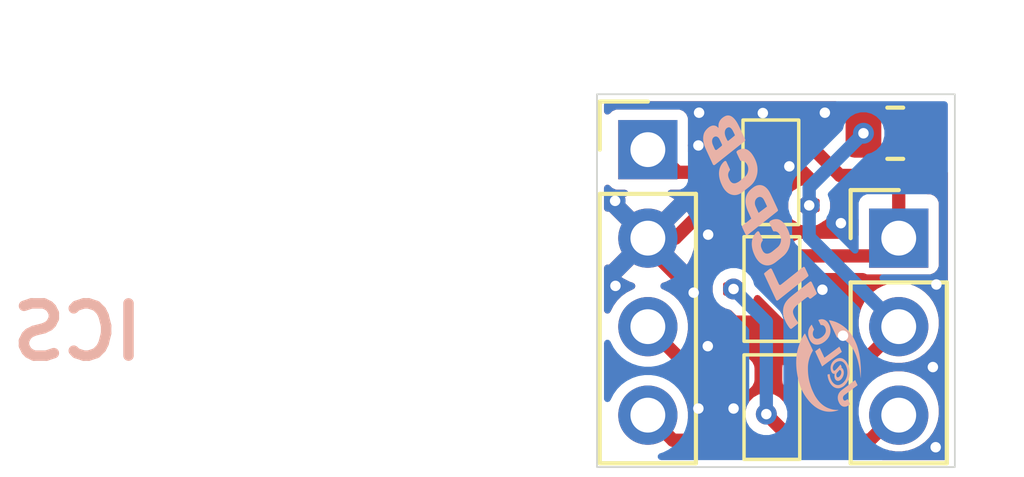
<source format=kicad_pcb>
(kicad_pcb (version 20241229) (generator "pcbnew") (generator_version "9.0")
  (layers (0 "F.Cu" signal) (2 "B.Cu" signal) (13 "F.Paste" user) (15 "B.Paste" user) (5 "F.SilkS" user "F.Silkscreen") (7 "B.SilkS" user "B.Silkscreen") (1 "F.Mask" user) (3 "B.Mask" user) (25 "Edge.Cuts" user))
  (net 0 "")
  (net 1 "+5V")
  (net 3 "Net-(U1-Y)")
  (net 4 "GND")
  (net 5 "+3V3")
  (net 6 "Net-(J2-Pin_2)")
  (net 7 "Net-(J2-Pin_3)")
  (net 8 "Net-(J1-Pin_1)")
  (net 9 "Net-(J1-Pin_3)")
  (footprint "ICS_footprint:74AHC1G04W5" (layer "F.Cu") (at 120.97 99.18 90)
    (property "Reference" "U1" (hide yes))
    (property "Value" "~")
    (pad "1" smd roundrect (at 0.95 -1.1 90) (size 0.38 0.6) (layers "F.Cu" "F.Mask" "F.Paste") (roundrect_rratio 0.15))
    (pad "2" smd roundrect (at 0 -1.1 90) (size 0.38 0.6) (layers "F.Cu" "F.Mask" "F.Paste") (roundrect_rratio 0.15) (net 7 "Net-(J2-Pin_3)"))
    (pad "3" smd roundrect (at -0.95 -1.1 90) (size 0.38 0.6) (layers "F.Cu" "F.Mask" "F.Paste") (roundrect_rratio 0.15) (net 4 "GND"))
    (pad "4" smd roundrect (at -0.95 1.1 90) (size 0.38 0.6) (layers "F.Cu" "F.Mask" "F.Paste") (roundrect_rratio 0.15) (net 3 "Net-(U1-Y)"))
    (pad "5" smd roundrect (at 0.95 1.1 90) (size 0.38 0.6) (layers "F.Cu" "F.Mask" "F.Paste") (roundrect_rratio 0.15) (net 1 "+5V"))
  )
  (footprint "Connector_PinHeader_2.54mm:PinHeader_1x04_P2.54mm_Vertical" (layer "F.Cu") (at 117.41 95.18)
    (property "Reference" "J1" (hide yes))
    (property "Value" "Conn_01x04_Socket" (hide yes))
    (pad "1" thru_hole rect (at 0 0) (size 1.7 1.7) (drill 1) (layers "*.Cu" "*.Mask") (net 8 "Net-(J1-Pin_1)"))
    (pad "2" thru_hole circle (at 0 2.54) (size 1.7 1.7) (drill 1) (layers "*.Cu" "*.Mask") (net 4 "GND"))
    (pad "3" thru_hole circle (at 0 5.08) (size 1.7 1.7) (drill 1) (layers "*.Cu" "*.Mask") (net 9 "Net-(J1-Pin_3)"))
    (pad "4" thru_hole circle (at 0 7.62) (size 1.7 1.7) (drill 1) (layers "*.Cu" "*.Mask") (net 5 "+3V3"))
  )
  (footprint "ICS_footprint:74AHC1G04W5" (layer "F.Cu") (at 120.97 102.57 -90)
    (property "Reference" "U2" (hide yes))
    (property "Value" "74AUC1G125" (hide yes))
    (pad "1" smd roundrect (at 0.95 -1.1 270) (size 0.38 0.6) (layers "F.Cu" "F.Mask" "F.Paste") (roundrect_rratio 0.15) (net 7 "Net-(J2-Pin_3)"))
    (pad "2" smd roundrect (at 0 -1.1 270) (size 0.38 0.6) (layers "F.Cu" "F.Mask" "F.Paste") (roundrect_rratio 0.15) (net 6 "Net-(J2-Pin_2)"))
    (pad "3" smd roundrect (at -0.95 -1.1 270) (size 0.38 0.6) (layers "F.Cu" "F.Mask" "F.Paste") (roundrect_rratio 0.15) (net 4 "GND"))
    (pad "4" smd roundrect (at -0.95 1.1 270) (size 0.38 0.6) (layers "F.Cu" "F.Mask" "F.Paste") (roundrect_rratio 0.15) (net 9 "Net-(J1-Pin_3)"))
    (pad "5" smd roundrect (at 0.95 1.1 270) (size 0.38 0.6) (layers "F.Cu" "F.Mask" "F.Paste") (roundrect_rratio 0.15) (net 5 "+3V3"))
  )
  (footprint "Resistor_SMD:R_0805_2012Metric" (layer "F.Cu") (at 124.51 94.71 180)
    (property "Reference" "R1" (hide yes))
    (property "Value" "2.2k")
    (pad "1" smd roundrect (at -0.9125 0 180) (size 1.025 1.4) (layers "F.Cu" "F.Mask" "F.Paste") (roundrect_rratio 0.243902) (net 1 "+5V"))
    (pad "2" smd roundrect (at 0.9125 0 180) (size 1.025 1.4) (layers "F.Cu" "F.Mask" "F.Paste") (roundrect_rratio 0.243902) (net 6 "Net-(J2-Pin_2)"))
  )
  (footprint "ICS_footprint:74AHC1G04W5" (layer "F.Cu") (at 120.94 95.83 90)
    (property "Reference" "U3" (hide yes))
    (property "Value" "74AUC1G125")
    (pad "1" smd roundrect (at 0.95 -1.1 90) (size 0.38 0.6) (layers "F.Cu" "F.Mask" "F.Paste") (roundrect_rratio 0.15) (net 3 "Net-(U1-Y)"))
    (pad "2" smd roundrect (at 0 -1.1 90) (size 0.38 0.6) (layers "F.Cu" "F.Mask" "F.Paste") (roundrect_rratio 0.15) (net 8 "Net-(J1-Pin_1)"))
    (pad "3" smd roundrect (at -0.95 -1.1 90) (size 0.38 0.6) (layers "F.Cu" "F.Mask" "F.Paste") (roundrect_rratio 0.15) (net 4 "GND"))
    (pad "4" smd roundrect (at -0.95 1.1 90) (size 0.38 0.6) (layers "F.Cu" "F.Mask" "F.Paste") (roundrect_rratio 0.15) (net 6 "Net-(J2-Pin_2)"))
    (pad "5" smd roundrect (at 0.95 1.1 90) (size 0.38 0.6) (layers "F.Cu" "F.Mask" "F.Paste") (roundrect_rratio 0.15) (net 1 "+5V"))
  )
  (footprint "Connector_PinHeader_2.54mm:PinHeader_1x03_P2.54mm_Vertical" (layer "F.Cu") (at 124.61 97.72)
    (property "Reference" "J2" (hide yes))
    (property "Value" "Conn_01x03_Socket" (hide yes))
    (pad "1" thru_hole rect (at 0 0) (size 1.7 1.7) (drill 1) (layers "*.Cu" "*.Mask") (net 1 "+5V"))
    (pad "2" thru_hole circle (at 0 2.54) (size 1.7 1.7) (drill 1) (layers "*.Cu" "*.Mask") (net 6 "Net-(J2-Pin_2)"))
    (pad "3" thru_hole circle (at 0 5.08) (size 1.7 1.7) (drill 1) (layers "*.Cu" "*.Mask") (net 7 "Net-(J2-Pin_3)"))
  )
  (footprint "RaspberryPiBico:JLCPCB(9mm)" (layer "B.Cu") (at 121.22467 98.45426 115)
    (property "Reference" "G***" (hide yes))
    (property "Value" "LOGO" (hide yes))
  )
  (gr_rect (start 115.95 93.59) (end 126.22 104.29) (stroke (width 0.05)) (fill no) (layer "Edge.Cuts"))
  (gr_text "ICS" (at 103.06 101.291 0) (layer "B.SilkS") (effects (font (size 1.5 1.5) (thickness 0.3) (bold yes)) (justify left bottom mirror)))
  (segment (start 122.04 94.88) (end 122.04 95.04) (width 0.38) (layer "F.Cu") (net 1))
  (segment (start 124.18 95.92) (end 124.61 96.35) (width 0.38) (layer "F.Cu") (net 1))
  (segment (start 122.92 95.92) (end 124.18 95.92) (width 0.38) (layer "F.Cu") (net 1))
  (segment (start 124.61 97.72) (end 124.61 96.35) (width 0.38) (layer "F.Cu") (net 1))
  (segment (start 125.4225 94.71) (end 125.4225 95.5375) (width 0.38) (layer "F.Cu") (net 1))
  (segment (start 125.4225 95.5375) (end 124.61 96.35) (width 0.38) (layer "F.Cu") (net 1))
  (segment (start 122.04 95.04) (end 122.92 95.92) (width 0.38) (layer "F.Cu") (net 1))
  (segment (start 122.07 98.23) (end 124.1 98.23) (width 0.38) (layer "F.Cu") (net 1))
  (segment (start 124.1 98.23) (end 124.61 97.72) (width 0.38) (layer "F.Cu") (net 1))
  (segment (start 120.67 95.24) (end 120.31 94.88) (width 0.38) (layer "F.Cu") (net 3))
  (segment (start 120.31 94.88) (end 119.84 94.88) (width 0.38) (layer "F.Cu") (net 3))
  (segment (start 120.67 98.73) (end 120.67 95.24) (width 0.38) (layer "F.Cu") (net 3))
  (segment (start 122.07 100.13) (end 120.67 98.73) (width 0.38) (layer "F.Cu") (net 3))
  (segment (start 117.41 97.969999) (end 118.725001 99.284999) (width 0.38) (layer "F.Cu") (net 4))
  (segment (start 119.14 96.78) (end 119.84 96.78) (width 0.38) (layer "F.Cu") (net 4))
  (segment (start 122.07 101.62) (end 121.82 101.62) (width 0.38) (layer "F.Cu") (net 4))
  (segment (start 121.82 101.62) (end 120.33 100.13) (width 0.38) (layer "F.Cu") (net 4))
  (segment (start 119.570001 100.13) (end 119.87 100.13) (width 0.38) (layer "F.Cu") (net 4))
  (segment (start 117.41 97.72) (end 117.41 97.969999) (width 0.38) (layer "F.Cu") (net 4))
  (segment (start 120.33 100.13) (end 119.87 100.13) (width 0.38) (layer "F.Cu") (net 4))
  (segment (start 118.725001 99.284999) (end 119.570001 100.13) (width 0.38) (layer "F.Cu") (net 4))
  (segment (start 117.41 97.72) (end 118.2 97.72) (width 0.38) (layer "F.Cu") (net 4))
  (segment (start 118.2 97.72) (end 119.14 96.78) (width 0.38) (layer "F.Cu") (net 4))
  (via (at 122.42 99.2) (size 0.6) (drill 0.3) (layers "F.Cu" "B.Cu") (net 4))
  (via (at 116.47 96.65) (size 0.6) (drill 0.3) (layers "F.Cu" "B.Cu") (net 4))
  (via (at 125.59 101.42) (size 0.6) (drill 0.3) (layers "F.Cu" "B.Cu") (net 4))
  (via (at 118.86 95.06) (size 0.6) (drill 0.3) (layers "F.Cu" "B.Cu") (net 4))
  (via (at 119.87 102.61) (size 0.6) (drill 0.3) (layers "F.Cu" "B.Cu") (net 4))
  (via (at 119.13 100.82) (size 0.6) (drill 0.3) (layers "F.Cu" "B.Cu") (net 4))
  (via (at 123.01 100.52) (size 0.6) (drill 0.3) (layers "F.Cu" "B.Cu") (net 4))
  (via (at 119.14 97.62) (size 0.6) (drill 0.3) (layers "F.Cu" "B.Cu") (net 4))
  (via (at 122.95 97.29) (size 0.6) (drill 0.3) (layers "F.Cu" "B.Cu") (net 4))
  (via (at 121.47 95.66) (size 0.6) (drill 0.3) (layers "F.Cu" "B.Cu") (net 4))
  (via (at 118.88 94.12) (size 0.6) (drill 0.3) (layers "F.Cu" "B.Cu") (net 4))
  (via (at 118.725001 99.284999) (size 0.6) (drill 0.3) (layers "F.Cu" "B.Cu") (net 4))
  (via (at 118.86 102.61) (size 0.6) (drill 0.3) (layers "F.Cu" "B.Cu") (net 4))
  (via (at 120.71 94.13) (size 0.6) (drill 0.3) (layers "F.Cu" "B.Cu") (net 4))
  (via (at 116.48 99.09) (size 0.6) (drill 0.3) (layers "F.Cu" "B.Cu") (net 4))
  (via (at 122.49 94.12) (size 0.6) (drill 0.3) (layers "F.Cu" "B.Cu") (net 4))
  (via (at 125.67 103.72) (size 0.6) (drill 0.3) (layers "F.Cu" "B.Cu") (net 4))
  (via (at 125.69 99.05) (size 0.6) (drill 0.3) (layers "F.Cu" "B.Cu") (net 4))
  (segment (start 118.13 103.52) (end 117.41 102.8) (width 0.38) (layer "F.Cu") (net 5))
  (segment (start 119.87 103.52) (end 118.13 103.52) (width 0.38) (layer "F.Cu") (net 5))
  (segment (start 122.07 102.57) (end 122.3 102.57) (width 0.38) (layer "F.Cu") (net 6))
  (segment (start 122.3 102.57) (end 124.61 100.26) (width 0.38) (layer "F.Cu") (net 6))
  (via (at 123.5975 94.71) (size 0.6) (drill 0.3) (layers "F.Cu" "B.Cu") (net 6))
  (via (at 122.04 96.78) (size 0.6) (drill 0.3) (layers "F.Cu" "B.Cu") (net 6))
  (segment (start 124.61 100.26) (end 122.04 97.69) (width 0.38) (layer "B.Cu") (net 6))
  (segment (start 122.04 96.2675) (end 123.5975 94.71) (width 0.38) (layer "B.Cu") (net 6))
  (segment (start 122.04 97.69) (end 122.04 96.78) (width 0.38) (layer "B.Cu") (net 6))
  (segment (start 122.04 96.78) (end 122.04 96.2675) (width 0.38) (layer "B.Cu") (net 6))
  (segment (start 124.5 102.8) (end 124.61 102.8) (width 0.38) (layer "F.Cu") (net 7))
  (segment (start 122.07 103.52) (end 121.56 103.52) (width 0.38) (layer "F.Cu") (net 7))
  (segment (start 121.56 103.52) (end 120.81 102.77) (width 0.38) (layer "F.Cu") (net 7))
  (segment (start 123.78 103.52) (end 124.5 102.8) (width 0.38) (layer "F.Cu") (net 7))
  (segment (start 122.07 103.52) (end 123.78 103.52) (width 0.38) (layer "F.Cu") (net 7))
  (via (at 120.81 102.77) (size 0.6) (drill 0.3) (layers "F.Cu" "B.Cu") (net 7))
  (via (at 119.87 99.18) (size 0.6) (drill 0.3) (layers "F.Cu" "B.Cu") (net 7))
  (segment (start 120.81 102.77) (end 120.81 100.12) (width 0.38) (layer "B.Cu") (net 7))
  (segment (start 120.81 100.12) (end 119.87 99.18) (width 0.38) (layer "B.Cu") (net 7))
  (segment (start 117.41 95.18) (end 117.61 95.18) (width 0.38) (layer "F.Cu") (net 8))
  (segment (start 117.61 95.18) (end 118.26 95.83) (width 0.38) (layer "F.Cu") (net 8))
  (segment (start 118.26 95.83) (end 119.84 95.83) (width 0.38) (layer "F.Cu") (net 8))
  (segment (start 117.41 100.26) (end 118.77 101.62) (width 0.38) (layer "F.Cu") (net 9))
  (segment (start 118.77 101.62) (end 119.87 101.62) (width 0.38) (layer "F.Cu") (net 9))
  (zone (net 4) (net_name "GND") (layers "F.Cu" "B.Cu") (connect_pads (clearance 0.3)) (min_thickness 0.2) (fill yes (thermal_gap 0.5) (thermal_bridge_width 0.5))
    (polygon (pts (xy 115.57 93) (xy 128.23 92.6) (xy 127.63 104.28) (xy 114.92 104.58)))
  )
)
</source>
